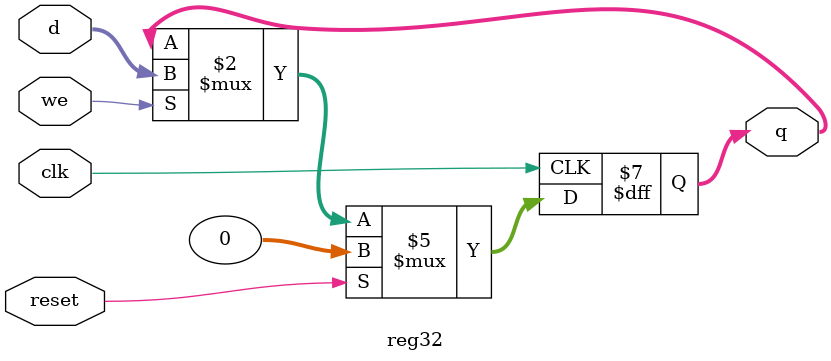
<source format=v>
`timescale 1ns/1ps

module reg32 (
    input clk,
    input reset,
    input we,
    input [31:0] d,
    output reg [31:0] q
);

always @(posedge clk) begin
    if (reset)
        q <= #1 32'b0;
    else if (we)
        q <= #1 d;
end

endmodule
</source>
